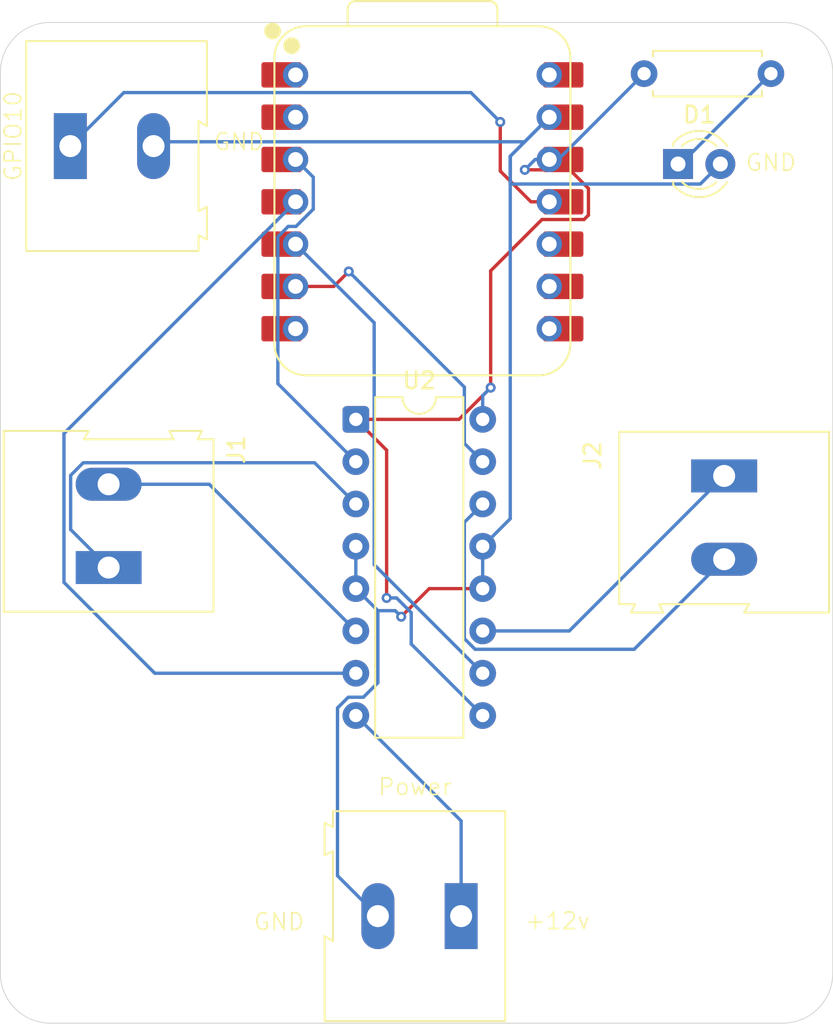
<source format=kicad_pcb>
(kicad_pcb (version 20241229) (generator "pcbnew") (generator_version "9.0")
  (layers (0 "F.Cu" signal) (2 "B.Cu" signal) (13 "F.Paste" user) (15 "B.Paste" user) (5 "F.SilkS" user "F.Silkscreen") (7 "B.SilkS" user "B.Silkscreen") (1 "F.Mask" user) (3 "B.Mask" user) (25 "Edge.Cuts" user))
  (net 0 "")
  (net 1 "Net-(D1-K)")
  (net 2 "GND")
  (net 3 "OUT1")
  (net 4 "OUT2")
  (net 5 "OUT4")
  (net 6 "OUT3")
  (net 7 "VCC2")
  (net 8 "VCC1")
  (net 9 "+5V")
  (net 13 "IN1")
  (net 14 "IN3")
  (net 15 "IN2")
  (net 19 "IN4")
  (net 20 "GPIO10")
  (footprint "LED_THT:LED_D3.0mm" (layer "F.Cu") (at 169.305 68.375)
    (property "Reference" "D1" (at 1.27 -2.96 0) (layer "F.SilkS"))
    (property "Value" "LED")
    (fp_line (start -0.29 -1.236) (end -0.29 -1.08) (stroke (width 0.12)) (layer "F.SilkS"))
    (fp_line (start -0.29 1.08) (end -0.29 1.236) (stroke (width 0.12)) (layer "F.SilkS"))
    (fp_arc (start -0.29 -1.235516) (mid 1.365624 -1.987701) (end 2.941397 -1.080061) (stroke (width 0.12)) (layer "F.SilkS"))
    (fp_arc (start 0.229039 -1.08) (mid 1.269964 -1.5) (end 2.31091 -1.080049) (stroke (width 0.12)) (layer "F.SilkS"))
    (fp_arc (start 2.31091 1.080049) (mid 1.269964 1.5) (end 0.229039 1.08) (stroke (width 0.12)) (layer "F.SilkS"))
    (fp_arc (start 2.941397 1.080061) (mid 1.365624 1.987701) (end -0.29 1.235516) (stroke (width 0.12)) (layer "F.SilkS"))
    (pad "1" thru_hole rect (at 0 0) (size 1.8 1.8) (drill 0.9) (layers "*.Cu" "*.Mask") (net 1 "Net-(D1-K)"))
    (pad "2" thru_hole circle (at 2.54 0) (size 1.8 1.8) (drill 0.9) (layers "*.Cu" "*.Mask") (net 2 "GND"))
  )
  (footprint "TerminalBlock:TerminalBlock_Altech_AK300-2_P5.00mm" (layer "F.Cu") (at 156.275 113.525 180)
    (property "Reference" "J3" (hide yes))
    (property "Value" "Power")
    (fp_line (start 8.2 5.6) (end 8.2 3.7) (stroke (width 0.12)) (layer "F.SilkS"))
    (fp_line (start 8.2 3.7) (end 8.2 3.65) (stroke (width 0.12)) (layer "F.SilkS"))
    (fp_line (start 8.2 3.65) (end 7.7 3.9) (stroke (width 0.12)) (layer "F.SilkS"))
    (fp_line (start 8.2 -1.2) (end 8.2 -6.3) (stroke (width 0.12)) (layer "F.SilkS"))
    (fp_line (start 8.2 -6.3) (end -2.65 -6.3) (stroke (width 0.12)) (layer "F.SilkS"))
    (fp_line (start 7.7 6.3) (end 7.7 5.35) (stroke (width 0.12)) (layer "F.SilkS"))
    (fp_line (start 7.7 5.35) (end 8.2 5.6) (stroke (width 0.12)) (layer "F.SilkS"))
    (fp_line (start 7.7 3.9) (end 7.7 -1.5) (stroke (width 0.12)) (layer "F.SilkS"))
    (fp_line (start 7.7 -1.5) (end 8.2 -1.2) (stroke (width 0.12)) (layer "F.SilkS"))
    (fp_line (start -2.65 6.3) (end 7.7 6.3) (stroke (width 0.12)) (layer "F.SilkS"))
    (fp_line (start -2.65 -6.3) (end -2.65 6.3) (stroke (width 0.12)) (layer "F.SilkS"))
    (pad "1" thru_hole rect (at 0 0 180) (size 1.98 3.96) (drill 1.32) (layers "*.Cu" "*.Mask") (net 7 "VCC2"))
    (pad "2" thru_hole oval (at 5 0 180) (size 1.98 3.96) (drill 1.32) (layers "*.Cu" "*.Mask") (net 2 "GND"))
  )
  (footprint "Package_DIP:DIP-16_W7.62mm" (layer "F.Cu") (at 149.95 83.705)
    (property "Reference" "U2" (at 3.81 -2.33 0) (layer "F.SilkS"))
    (property "Value" "L293D")
    (fp_line (start 1.16 -1.33) (end 1.16 19.11) (stroke (width 0.12)) (layer "F.SilkS"))
    (fp_line (start 1.16 19.11) (end 6.46 19.11) (stroke (width 0.12)) (layer "F.SilkS"))
    (fp_line (start 2.81 -1.33) (end 1.16 -1.33) (stroke (width 0.12)) (layer "F.SilkS"))
    (fp_line (start 6.46 -1.33) (end 4.81 -1.33) (stroke (width 0.12)) (layer "F.SilkS"))
    (fp_line (start 6.46 19.11) (end 6.46 -1.33) (stroke (width 0.12)) (layer "F.SilkS"))
    (fp_arc (start 4.81 -1.33) (mid 3.81 -0.33) (end 2.81 -1.33) (stroke (width 0.12)) (layer "F.SilkS"))
    (pad "1" thru_hole roundrect (at 0 0) (size 1.6 1.6) (drill 0.8) (layers "*.Cu" "*.Mask") (roundrect_rratio 0.15625) (net 8 "VCC1"))
    (pad "2" thru_hole circle (at 0 2.54) (size 1.6 1.6) (drill 0.8) (layers "*.Cu" "*.Mask") (net 13 "IN1"))
    (pad "3" thru_hole circle (at 0 5.08) (size 1.6 1.6) (drill 0.8) (layers "*.Cu" "*.Mask") (net 3 "OUT1"))
    (pad "4" thru_hole circle (at 0 7.62) (size 1.6 1.6) (drill 0.8) (layers "*.Cu" "*.Mask") (net 2 "GND"))
    (pad "5" thru_hole circle (at 0 10.16) (size 1.6 1.6) (drill 0.8) (layers "*.Cu" "*.Mask") (net 2 "GND"))
    (pad "6" thru_hole circle (at 0 12.7) (size 1.6 1.6) (drill 0.8) (layers "*.Cu" "*.Mask") (net 4 "OUT2"))
    (pad "7" thru_hole circle (at 0 15.24) (size 1.6 1.6) (drill 0.8) (layers "*.Cu" "*.Mask") (net 15 "IN2"))
    (pad "8" thru_hole circle (at 0 17.78) (size 1.6 1.6) (drill 0.8) (layers "*.Cu" "*.Mask") (net 7 "VCC2"))
    (pad "9" thru_hole circle (at 7.62 17.78) (size 1.6 1.6) (drill 0.8) (layers "*.Cu" "*.Mask") (net 8 "VCC1"))
    (pad "10" thru_hole circle (at 7.62 15.24) (size 1.6 1.6) (drill 0.8) (layers "*.Cu" "*.Mask") (net 14 "IN3"))
    (pad "11" thru_hole circle (at 7.62 12.7) (size 1.6 1.6) (drill 0.8) (layers "*.Cu" "*.Mask") (net 6 "OUT3"))
    (pad "12" thru_hole circle (at 7.62 10.16) (size 1.6 1.6) (drill 0.8) (layers "*.Cu" "*.Mask") (net 2 "GND"))
    (pad "13" thru_hole circle (at 7.62 7.62) (size 1.6 1.6) (drill 0.8) (layers "*.Cu" "*.Mask") (net 2 "GND"))
    (pad "14" thru_hole circle (at 7.62 5.08) (size 1.6 1.6) (drill 0.8) (layers "*.Cu" "*.Mask") (net 5 "OUT4"))
    (pad "15" thru_hole circle (at 7.62 2.54) (size 1.6 1.6) (drill 0.8) (layers "*.Cu" "*.Mask") (net 19 "IN4"))
    (pad "16" thru_hole circle (at 7.62 0) (size 1.6 1.6) (drill 0.8) (layers "*.Cu" "*.Mask") (net 8 "VCC1"))
  )
  (footprint "Resistor_THT:R_Axial_DIN0207_L6.3mm_D2.5mm_P7.62mm_Horizontal" (layer "F.Cu") (at 167.265 62.95)
    (property "Reference" "R1" (hide yes))
    (property "Value" "330ohms")
    (fp_line (start 0.54 -1.37) (end 7.08 -1.37) (stroke (width 0.12)) (layer "F.SilkS"))
    (fp_line (start 0.54 -1.04) (end 0.54 -1.37) (stroke (width 0.12)) (layer "F.SilkS"))
    (fp_line (start 0.54 1.04) (end 0.54 1.37) (stroke (width 0.12)) (layer "F.SilkS"))
    (fp_line (start 0.54 1.37) (end 7.08 1.37) (stroke (width 0.12)) (layer "F.SilkS"))
    (fp_line (start 7.08 -1.37) (end 7.08 -1.04) (stroke (width 0.12)) (layer "F.SilkS"))
    (fp_line (start 7.08 1.37) (end 7.08 1.04) (stroke (width 0.12)) (layer "F.SilkS"))
    (pad "1" thru_hole circle (at 0 0) (size 1.6 1.6) (drill 0.8) (layers "*.Cu" "*.Mask") (net 8 "VCC1"))
    (pad "2" thru_hole oval (at 7.62 0) (size 1.6 1.6) (drill 0.8) (layers "*.Cu" "*.Mask") (net 1 "Net-(D1-K)"))
  )
  (footprint "Seeed Studio XIAO Series Library:XIAO-ESP32C3-DIP" (layer "F.Cu") (at 154.07 70.6435)
    (property "Reference" "U1" (hide yes))
    (property "Value" "XIAO-ESP32-C3-DIP")
    (fp_line (start -9.01 8.509) (end -9.01 -8.636) (stroke (width 0.127)) (layer "F.SilkS"))
    (fp_line (start -7.105 10.414) (end 6.865 10.414) (stroke (width 0.127)) (layer "F.SilkS"))
    (fp_line (start -4.615 -10.541) (end -4.611272 -11.551272) (stroke (width 0.127)) (layer "F.SilkS"))
    (fp_line (start -4.111272 -12.051) (end 3.884 -12.051) (stroke (width 0.127)) (layer "F.SilkS"))
    (fp_line (start 4.384 -11.551) (end 4.384 -10.541) (stroke (width 0.127)) (layer "F.SilkS"))
    (fp_line (start 6.865 -10.541) (end -7.105 -10.541) (stroke (width 0.1)) (layer "F.SilkS"))
    (fp_line (start 6.865 -10.541) (end -7.105 -10.541) (stroke (width 0.127)) (layer "F.SilkS"))
    (fp_line (start 8.77 8.509) (end 8.77 -8.636) (stroke (width 0.127)) (layer "F.SilkS"))
    (fp_arc (start -9.01 -8.636) (mid -8.452038 -9.983038) (end -7.105 -10.541) (stroke (width 0.127)) (layer "F.SilkS"))
    (fp_arc (start -7.105 10.414) (mid -8.452038 9.856038) (end -9.01 8.509) (stroke (width 0.127)) (layer "F.SilkS"))
    (fp_arc (start -4.611272 -11.551272) (mid -4.464728 -11.90464) (end -4.111272 -12.051) (stroke (width 0.127)) (layer "F.SilkS"))
    (fp_arc (start 3.884 -12.051) (mid 4.237553 -11.904553) (end 4.384 -11.551) (stroke (width 0.127)) (layer "F.SilkS"))
    (fp_arc (start 6.865 -10.541) (mid 8.212038 -9.983038) (end 8.77 -8.636) (stroke (width 0.127)) (layer "F.SilkS"))
    (fp_arc (start 8.77 8.509) (mid 8.212038 9.856038) (end 6.865 10.414) (stroke (width 0.127)) (layer "F.SilkS"))
    (fp_circle (center -9.12 -10.25) (end -9.12 -10.504) (stroke (width 0.5)) (fill yes) (layer "F.SilkS"))
    (fp_circle (center -7.977 -9.37) (end -7.977 -9.624) (stroke (width 0.5)) (fill yes) (layer "F.SilkS"))
    (pad "1" smd roundrect (at -8.575 -7.62 180) (size 2.432 1.524) (layers "F.Cu" "F.Mask") (roundrect_rratio 0.1))
    (pad "1" thru_hole circle (at -7.74 -7.62 180) (size 1.524 1.524) (drill 0.889) (layers "*.Cu" "*.Mask"))
    (pad "2" smd roundrect (at -8.575 -5.08 180) (size 2.432 1.524) (layers "F.Cu" "F.Mask") (roundrect_rratio 0.1))
    (pad "2" thru_hole circle (at -7.74 -5.08 180) (size 1.524 1.524) (drill 0.889) (layers "*.Cu" "*.Mask"))
    (pad "3" smd roundrect (at -8.575 -2.54 180) (size 2.432 1.524) (layers "F.Cu" "F.Mask") (roundrect_rratio 0.1) (net 13 "IN1"))
    (pad "3" thru_hole circle (at -7.74 -2.54 180) (size 1.524 1.524) (drill 0.889) (layers "*.Cu" "*.Mask") (net 13 "IN1"))
    (pad "4" smd roundrect (at -8.575 0 180) (size 2.432 1.524) (layers "F.Cu" "F.Mask") (roundrect_rratio 0.1) (net 15 "IN2"))
    (pad "4" thru_hole circle (at -7.74 0 180) (size 1.524 1.524) (drill 0.889) (layers "*.Cu" "*.Mask") (net 15 "IN2"))
    (pad "5" smd roundrect (at -8.575 2.54 180) (size 2.432 1.524) (layers "F.Cu" "F.Mask") (roundrect_rratio 0.1) (net 14 "IN3"))
    (pad "5" thru_hole circle (at -7.74 2.54 180) (size 1.524 1.524) (drill 0.889) (layers "*.Cu" "*.Mask") (net 14 "IN3"))
    (pad "6" smd roundrect (at -8.575 5.08 180) (size 2.432 1.524) (layers "F.Cu" "F.Mask") (roundrect_rratio 0.1) (net 19 "IN4"))
    (pad "6" thru_hole circle (at -7.74 5.08 180) (size 1.524 1.524) (drill 0.889) (layers "*.Cu" "*.Mask") (net 19 "IN4"))
    (pad "7" smd roundrect (at -8.575 7.62 180) (size 2.432 1.524) (layers "F.Cu" "F.Mask") (roundrect_rratio 0.1))
    (pad "7" thru_hole circle (at -7.74 7.62 180) (size 1.524 1.524) (drill 0.889) (layers "*.Cu" "*.Mask"))
    (pad "8" thru_hole circle (at 7.5 7.62) (size 1.524 1.524) (drill 0.889) (layers "*.Cu" "*.Mask"))
    (pad "8" smd roundrect (at 8.335 7.62) (size 2.432 1.524) (layers "F.Cu" "F.Mask") (roundrect_rratio 0.1))
    (pad "9" thru_hole circle (at 7.5 5.08) (size 1.524 1.524) (drill 0.889) (layers "*.Cu" "*.Mask"))
    (pad "9" smd roundrect (at 8.335 5.08) (size 2.432 1.524) (layers "F.Cu" "F.Mask") (roundrect_rratio 0.1))
    (pad "10" thru_hole circle (at 7.5 2.54) (size 1.524 1.524) (drill 0.889) (layers "*.Cu" "*.Mask"))
    (pad "10" smd roundrect (at 8.335 2.54) (size 2.432 1.524) (layers "F.Cu" "F.Mask") (roundrect_rratio 0.1))
    (pad "11" thru_hole circle (at 7.5 0) (size 1.524 1.524) (drill 0.889) (layers "*.Cu" "*.Mask") (net 20 "GPIO10"))
    (pad "11" smd roundrect (at 8.335 0) (size 2.432 1.524) (layers "F.Cu" "F.Mask") (roundrect_rratio 0.1) (net 20 "GPIO10"))
    (pad "12" thru_hole circle (at 7.5 -2.54) (size 1.524 1.524) (drill 0.889) (layers "*.Cu" "*.Mask") (net 8 "VCC1"))
    (pad "12" smd roundrect (at 8.335 -2.54) (size 2.432 1.524) (layers "F.Cu" "F.Mask") (roundrect_rratio 0.1) (net 8 "VCC1"))
    (pad "13" thru_hole circle (at 7.5 -5.08) (size 1.524 1.524) (drill 0.889) (layers "*.Cu" "*.Mask") (net 2 "GND"))
    (pad "13" smd roundrect (at 8.335 -5.08) (size 2.432 1.524) (layers "F.Cu" "F.Mask") (roundrect_rratio 0.1) (net 2 "GND"))
    (pad "14" thru_hole circle (at 7.5 -7.62) (size 1.524 1.524) (drill 0.889) (layers "*.Cu" "*.Mask") (net 9 "+5V"))
    (pad "14" smd roundrect (at 8.335 -7.62) (size 2.432 1.524) (layers "F.Cu" "F.Mask") (roundrect_rratio 0.1) (net 9 "+5V"))
  )
  (footprint "TerminalBlock:TerminalBlock_Altech_AK300-2_P5.00mm" (layer "F.Cu") (at 172.075 87.1 -90)
    (property "Reference" "J2" (at -1.225 7.9 90) (layer "F.SilkS"))
    (property "Value" "Motor 2")
    (fp_line (start -2.65 6.3) (end 7.7 6.3) (stroke (width 0.12)) (layer "F.SilkS"))
    (fp_line (start 7.7 6.3) (end 7.7 5.35) (stroke (width 0.12)) (layer "F.SilkS"))
    (fp_line (start 8.2 5.6) (end 8.2 3.7) (stroke (width 0.12)) (layer "F.SilkS"))
    (fp_line (start 7.7 5.35) (end 8.2 5.6) (stroke (width 0.12)) (layer "F.SilkS"))
    (fp_line (start 7.7 3.9) (end 7.7 -1.5) (stroke (width 0.12)) (layer "F.SilkS"))
    (fp_line (start 8.2 3.7) (end 8.2 3.65) (stroke (width 0.12)) (layer "F.SilkS"))
    (fp_line (start 8.2 3.65) (end 7.7 3.9) (stroke (width 0.12)) (layer "F.SilkS"))
    (fp_line (start 8.2 -1.2) (end 8.2 -6.3) (stroke (width 0.12)) (layer "F.SilkS"))
    (fp_line (start 7.7 -1.5) (end 8.2 -1.2) (stroke (width 0.12)) (layer "F.SilkS"))
    (fp_line (start -2.65 -6.3) (end -2.65 6.3) (stroke (width 0.12)) (layer "F.SilkS"))
    (fp_line (start 8.2 -6.3) (end -2.65 -6.3) (stroke (width 0.12)) (layer "F.SilkS"))
    (pad "1" thru_hole rect (at 0 0 270) (size 1.98 3.96) (drill 1.32) (layers "*.Cu" "*.Mask") (net 6 "OUT3"))
    (pad "2" thru_hole oval (at 5 0 270) (size 1.98 3.96) (drill 1.32) (layers "*.Cu" "*.Mask") (net 5 "OUT4"))
  )
  (footprint "TerminalBlock:TerminalBlock_Altech_AK300-2_P5.00mm" (layer "F.Cu") (at 132.8 67.3)
    (property "Reference" "J4" (hide yes))
    (property "Value" "Relay")
    (fp_line (start -2.65 -6.3) (end -2.65 6.3) (stroke (width 0.12)) (layer "F.SilkS"))
    (fp_line (start -2.65 6.3) (end 7.7 6.3) (stroke (width 0.12)) (layer "F.SilkS"))
    (fp_line (start 7.7 -1.5) (end 8.2 -1.2) (stroke (width 0.12)) (layer "F.SilkS"))
    (fp_line (start 7.7 3.9) (end 7.7 -1.5) (stroke (width 0.12)) (layer "F.SilkS"))
    (fp_line (start 7.7 5.35) (end 8.2 5.6) (stroke (width 0.12)) (layer "F.SilkS"))
    (fp_line (start 7.7 6.3) (end 7.7 5.35) (stroke (width 0.12)) (layer "F.SilkS"))
    (fp_line (start 8.2 -6.3) (end -2.65 -6.3) (stroke (width 0.12)) (layer "F.SilkS"))
    (fp_line (start 8.2 -1.2) (end 8.2 -6.3) (stroke (width 0.12)) (layer "F.SilkS"))
    (fp_line (start 8.2 3.65) (end 7.7 3.9) (stroke (width 0.12)) (layer "F.SilkS"))
    (fp_line (start 8.2 3.7) (end 8.2 3.65) (stroke (width 0.12)) (layer "F.SilkS"))
    (fp_line (start 8.2 5.6) (end 8.2 3.7) (stroke (width 0.12)) (layer "F.SilkS"))
    (pad "1" thru_hole rect (at 0 0) (size 1.98 3.96) (drill 1.32) (layers "*.Cu" "*.Mask") (net 20 "GPIO10"))
    (pad "2" thru_hole oval (at 5 0) (size 1.98 3.96) (drill 1.32) (layers "*.Cu" "*.Mask") (net 2 "GND"))
  )
  (footprint "TerminalBlock:TerminalBlock_Altech_AK300-2_P5.00mm" (layer "F.Cu") (at 135.1 92.6 90)
    (property "Reference" "J1" (at 7.075 7.675 90) (layer "F.SilkS"))
    (property "Value" "Motor 1")
    (fp_line (start 8.2 -6.3) (end -2.65 -6.3) (stroke (width 0.12)) (layer "F.SilkS"))
    (fp_line (start -2.65 -6.3) (end -2.65 6.3) (stroke (width 0.12)) (layer "F.SilkS"))
    (fp_line (start 7.7 -1.5) (end 8.2 -1.2) (stroke (width 0.12)) (layer "F.SilkS"))
    (fp_line (start 8.2 -1.2) (end 8.2 -6.3) (stroke (width 0.12)) (layer "F.SilkS"))
    (fp_line (start 8.2 3.65) (end 7.7 3.9) (stroke (width 0.12)) (layer "F.SilkS"))
    (fp_line (start 8.2 3.7) (end 8.2 3.65) (stroke (width 0.12)) (layer "F.SilkS"))
    (fp_line (start 7.7 3.9) (end 7.7 -1.5) (stroke (width 0.12)) (layer "F.SilkS"))
    (fp_line (start 7.7 5.35) (end 8.2 5.6) (stroke (width 0.12)) (layer "F.SilkS"))
    (fp_line (start 8.2 5.6) (end 8.2 3.7) (stroke (width 0.12)) (layer "F.SilkS"))
    (fp_line (start 7.7 6.3) (end 7.7 5.35) (stroke (width 0.12)) (layer "F.SilkS"))
    (fp_line (start -2.65 6.3) (end 7.7 6.3) (stroke (width 0.12)) (layer "F.SilkS"))
    (pad "1" thru_hole rect (at 0 0 90) (size 1.98 3.96) (drill 1.32) (layers "*.Cu" "*.Mask") (net 3 "OUT1"))
    (pad "2" thru_hole oval (at 5 0 90) (size 1.98 3.96) (drill 1.32) (layers "*.Cu" "*.Mask") (net 4 "OUT2"))
  )
  (gr_arc (start 175.6 59.875) (mid 177.72132 60.75368) (end 178.6 62.875) (stroke (width 0.05)) (layer "Edge.Cuts"))
  (gr_line (start 128.6 116.95) (end 128.6 62.875) (stroke (width 0.05)) (layer "Edge.Cuts"))
  (gr_arc (start 131.6 119.95) (mid 129.47868 119.07132) (end 128.6 116.95) (stroke (width 0.05)) (layer "Edge.Cuts"))
  (gr_line (start 175.6 119.95) (end 131.6 119.95) (stroke (width 0.05)) (layer "Edge.Cuts"))
  (gr_arc (start 178.6 116.95) (mid 177.72132 119.07132) (end 175.6 119.95) (stroke (width 0.05)) (layer "Edge.Cuts"))
  (gr_line (start 131.6 59.875) (end 175.6 59.875) (stroke (width 0.05)) (layer "Edge.Cuts"))
  (gr_arc (start 128.6 62.875) (mid 129.47868 60.75368) (end 131.6 59.875) (stroke (width 0.05)) (layer "Edge.Cuts"))
  (gr_line (start 178.6 62.875) (end 178.6 116.95) (stroke (width 0.05)) (layer "Edge.Cuts"))
  (gr_text "GND\n" (at 143.75 114.45 0) (layer "F.SilkS") (effects (font (size 1 1) (thickness 0.1)) (justify left bottom)))
  (gr_text "+12v\n" (at 160.05 114.4 0) (layer "F.SilkS") (effects (font (size 1 1) (thickness 0.1)) (justify left bottom)))
  (gr_text "GPIO10" (at 129.95 69.475 90) (layer "F.SilkS") (effects (font (size 1 1) (thickness 0.1)) (justify left bottom)))
  (gr_text "Power\n" (at 151.225 106.35 0) (layer "F.SilkS") (effects (font (size 1 1) (thickness 0.1)) (justify left bottom)))
  (gr_text "GND\n" (at 173.3 68.875 0) (layer "F.SilkS") (effects (font (size 1 1) (thickness 0.1)) (justify left bottom)))
  (gr_text "GND\n" (at 141.35 67.625 0) (layer "F.SilkS") (effects (font (size 1 1) (thickness 0.1)) (justify left bottom)))
  (segment (start 169.46 68.375) (end 169.305 68.375) (width 0.2) (layer "B.Cu") (net 1))
  (segment (start 174.885 62.95) (end 169.46 68.375) (width 0.2) (layer "B.Cu") (net 1))
  (segment (start 154.36 93.865) (end 157.57 93.865) (width 0.2) (layer "F.Cu") (net 2))
  (segment (start 152.675 95.55) (end 154.36 93.865) (width 0.2) (layer "F.Cu") (net 2))
  (via (at 152.675 95.55) (size 0.6) (drill 0.3) (layers "F.Cu" "B.Cu") (net 2))
  (segment (start 152.315 95.19) (end 152.675 95.55) (width 0.2) (layer "B.Cu") (net 2))
  (segment (start 160.507 66.6265) (end 161.57 65.5635) (width 0.2) (layer "B.Cu") (net 2))
  (segment (start 160.093 67.0405) (end 161.57 65.5635) (width 0.2) (layer "B.Cu") (net 2))
  (segment (start 159.225 69.576) (end 159.225 67.9085) (width 0.2) (layer "B.Cu") (net 2))
  (segment (start 159.225 67.9085) (end 159.225 89.67) (width 0.2) (layer "B.Cu") (net 2))
  (segment (start 161.57 65.5635) (end 159.225 67.9085) (width 0.2) (layer "B.Cu") (net 2))
  (segment (start 159.225 89.67) (end 157.57 91.325) (width 0.2) (layer "B.Cu") (net 2))
  (segment (start 151.275 95.19) (end 149.95 93.865) (width 0.2) (layer "B.Cu") (net 2))
  (segment (start 159.225 67.9085) (end 160.507 66.6265) (width 0.2) (layer "B.Cu") (net 2))
  (segment (start 148.849 101.02895) (end 149.49395 100.384) (width 0.2) (layer "B.Cu") (net 2))
  (segment (start 170.644 69.576) (end 159.225 69.576) (width 0.2) (layer "B.Cu") (net 2))
  (segment (start 149.49395 100.384) (end 150.40605 100.384) (width 0.2) (layer "B.Cu") (net 2))
  (segment (start 149.95 91.325) (end 149.95 93.865) (width 0.2) (layer "B.Cu") (net 2))
  (segment (start 148.849 111.099) (end 148.849 101.02895) (width 0.2) (layer "B.Cu") (net 2))
  (segment (start 151.275 113.525) (end 148.849 111.099) (width 0.2) (layer "B.Cu") (net 2))
  (segment (start 151.275 95.19) (end 152.315 95.19) (width 0.2) (layer "B.Cu") (net 2))
  (segment (start 150.40605 100.384) (end 151.275 99.51505) (width 0.2) (layer "B.Cu") (net 2))
  (segment (start 138.0595 67.0405) (end 160.093 67.0405) (width 0.2) (layer "B.Cu") (net 2))
  (segment (start 157.57 91.325) (end 157.57 93.865) (width 0.2) (layer "B.Cu") (net 2))
  (segment (start 171.845 68.375) (end 170.644 69.576) (width 0.2) (layer "B.Cu") (net 2))
  (segment (start 151.275 99.51505) (end 151.275 95.19) (width 0.2) (layer "B.Cu") (net 2))
  (segment (start 137.8 67.3) (end 138.0595 67.0405) (width 0.2) (layer "B.Cu") (net 2))
  (segment (start 133.57525 86.309) (end 147.474 86.309) (width 0.2) (layer "B.Cu") (net 3))
  (segment (start 132.819 90.319) (end 132.819 87.06525) (width 0.2) (layer "B.Cu") (net 3))
  (segment (start 132.819 87.06525) (end 133.57525 86.309) (width 0.2) (layer "B.Cu") (net 3))
  (segment (start 147.474 86.309) (end 149.95 88.785) (width 0.2) (layer "B.Cu") (net 3))
  (segment (start 135.1 92.6) (end 132.819 90.319) (width 0.2) (layer "B.Cu") (net 3))
  (segment (start 135.1 87.6) (end 141.145 87.6) (width 0.2) (layer "B.Cu") (net 4))
  (segment (start 141.145 87.6) (end 149.95 96.405) (width 0.2) (layer "B.Cu") (net 4))
  (segment (start 157.57 88.785) (end 156.469 89.886) (width 0.2) (layer "B.Cu") (net 5))
  (segment (start 166.669 97.506) (end 172.075 92.1) (width 0.2) (layer "B.Cu") (net 5))
  (segment (start 156.469 89.886) (end 156.469 96.86105) (width 0.2) (layer "B.Cu") (net 5))
  (segment (start 156.469 96.86105) (end 157.11395 97.506) (width 0.2) (layer "B.Cu") (net 5))
  (segment (start 157.11395 97.506) (end 166.669 97.506) (width 0.2) (layer "B.Cu") (net 5))
  (segment (start 157.57 96.405) (end 162.77 96.405) (width 0.2) (layer "B.Cu") (net 6))
  (segment (start 162.77 96.405) (end 172.075 87.1) (width 0.2) (layer "B.Cu") (net 6))
  (segment (start 156.275 113.525) (end 156.275 107.81) (width 0.2) (layer "B.Cu") (net 7))
  (segment (start 156.275 107.81) (end 149.95 101.485) (width 0.2) (layer "B.Cu") (net 7))
  (segment (start 163.660626 71.7065) (end 161.12969 71.7065) (width 0.2) (layer "F.Cu") (net 8))
  (segment (start 151.8 85.555) (end 149.95 83.705) (width 0.2) (layer "F.Cu") (net 8))
  (segment (start 161.12969 71.7065) (end 158.05 74.78619) (width 0.2) (layer "F.Cu") (net 8))
  (segment (start 151.8 94.425) (end 151.8 85.555) (width 0.2) (layer "F.Cu") (net 8))
  (segment (start 156.145 83.705) (end 149.95 83.705) (width 0.2) (layer "F.Cu") (net 8))
  (segment (start 163.922 71.445126) (end 163.660626 71.7065) (width 0.2) (layer "F.Cu") (net 8))
  (segment (start 160.1 68.725) (end 162.805126 68.725) (width 0.2) (layer "F.Cu") (net 8))
  (segment (start 158.05 81.8) (end 156.145 83.705) (width 0.2) (layer "F.Cu") (net 8))
  (segment (start 163.922 69.841874) (end 163.922 71.445126) (width 0.2) (layer "F.Cu") (net 8))
  (segment (start 162.805126 68.725) (end 163.922 69.841874) (width 0.2) (layer "F.Cu") (net 8))
  (segment (start 158.05 74.78619) (end 158.05 81.8) (width 0.2) (layer "F.Cu") (net 8))
  (via (at 158.05 81.8) (size 0.6) (drill 0.3) (layers "F.Cu" "B.Cu") (net 8))
  (via (at 160.1 68.725) (size 0.6) (drill 0.3) (layers "F.Cu" "B.Cu") (net 8))
  (via (at 151.8 94.425) (size 0.6) (drill 0.3) (layers "F.Cu" "B.Cu") (net 8))
  (segment (start 160.7215 68.1035) (end 160.1 68.725) (width 0.2) (layer "B.Cu") (net 8))
  (segment (start 162.1115 68.1035) (end 161.57 68.1035) (width 0.2) (layer "B.Cu") (net 8))
  (segment (start 167.265 62.95) (end 162.1115 68.1035) (width 0.2) (layer "B.Cu") (net 8))
  (segment (start 153.276 95.301057) (end 152.399943 94.425) (width 0.2) (layer "B.Cu") (net 8))
  (segment (start 161.57 68.1035) (end 160.7215 68.1035) (width 0.2) (layer "B.Cu") (net 8))
  (segment (start 153.276 97.191) (end 153.276 95.301057) (width 0.2) (layer "B.Cu") (net 8))
  (segment (start 157.57 82.28) (end 158.05 81.8) (width 0.2) (layer "B.Cu") (net 8))
  (segment (start 157.57 101.485) (end 153.276 97.191) (width 0.2) (layer "B.Cu") (net 8))
  (segment (start 157.57 83.705) (end 157.57 82.28) (width 0.2) (layer "B.Cu") (net 8))
  (segment (start 152.399943 94.425) (end 151.8 94.425) (width 0.2) (layer "B.Cu") (net 8))
  (segment (start 145.267 81.562) (end 145.267 72.74319) (width 0.2) (layer "B.Cu") (net 13))
  (segment (start 145.267 72.74319) (end 145.88969 72.1205) (width 0.2) (layer "B.Cu") (net 13))
  (segment (start 147.393 69.1665) (end 146.33 68.1035) (width 0.2) (layer "B.Cu") (net 13))
  (segment (start 145.88969 72.1205) (end 146.35631 72.1205) (width 0.2) (layer "B.Cu") (net 13))
  (segment (start 146.35631 72.1205) (end 147.393 71.08381) (width 0.2) (layer "B.Cu") (net 13))
  (segment (start 149.95 86.245) (end 145.267 81.562) (width 0.2) (layer "B.Cu") (net 13))
  (segment (start 147.393 71.08381) (end 147.393 69.1665) (width 0.2) (layer "B.Cu") (net 13))
  (segment (start 146.33 73.1835) (end 151.051 77.9045) (width 0.2) (layer "B.Cu") (net 14))
  (segment (start 151.051 77.9045) (end 151.051 92.426) (width 0.2) (layer "B.Cu") (net 14))
  (segment (start 151.051 92.426) (end 157.57 98.945) (width 0.2) (layer "B.Cu") (net 14))
  (segment (start 137.873 98.945) (end 132.418 93.49) (width 0.2) (layer "B.Cu") (net 15))
  (segment (start 132.418 93.49) (end 132.418 84.5555) (width 0.2) (layer "B.Cu") (net 15))
  (segment (start 149.95 98.945) (end 137.873 98.945) (width 0.2) (layer "B.Cu") (net 15))
  (segment (start 132.418 84.5555) (end 146.33 70.6435) (width 0.2) (layer "B.Cu") (net 15))
  (segment (start 149.525 74.825) (end 148.6265 75.7235) (width 0.2) (layer "F.Cu") (net 19))
  (segment (start 148.6265 75.7235) (end 146.33 75.7235) (width 0.2) (layer "F.Cu") (net 19))
  (via (at 149.525 74.825) (size 0.6) (drill 0.3) (layers "F.Cu" "B.Cu") (net 19))
  (segment (start 156.469 81.769) (end 149.525 74.825) (width 0.2) (layer "B.Cu") (net 19))
  (segment (start 156.469 85.144) (end 156.469 81.769) (width 0.2) (layer "B.Cu") (net 19))
  (segment (start 157.57 86.245) (end 156.469 85.144) (width 0.2) (layer "B.Cu") (net 19))
  (segment (start 158.625 65.85) (end 158.625 68.8) (width 0.2) (layer "F.Cu") (net 20))
  (segment (start 160.4685 70.6435) (end 161.57 70.6435) (width 0.2) (layer "F.Cu") (net 20))
  (segment (start 158.625 68.8) (end 160.4685 70.6435) (width 0.2) (layer "F.Cu") (net 20))
  (via (at 158.625 65.85) (size 0.6) (drill 0.3) (layers "F.Cu" "B.Cu") (net 20))
  (segment (start 156.8615 64.0865) (end 158.625 65.85) (width 0.2) (layer "B.Cu") (net 20))
  (segment (start 132.8 67.3) (end 136.0135 64.0865) (width 0.2) (layer "B.Cu") (net 20))
  (segment (start 136.0135 64.0865) (end 156.8615 64.0865) (width 0.2) (layer "B.Cu") (net 20))
)
</source>
